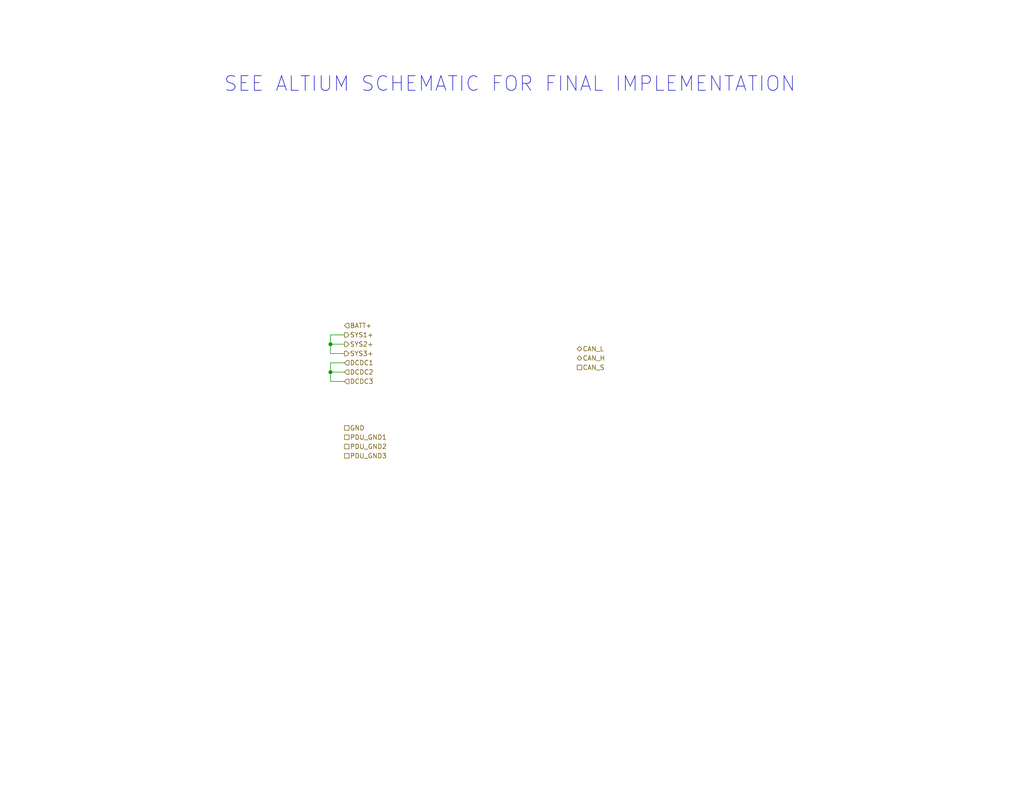
<source format=kicad_sch>
(kicad_sch (version 20230121) (generator eeschema)
  (paper "A")
  (title_block (title "LFP Battery Board") (date "2023-02-01") (rev "1") (company "Northeastern Electric Racing") (comment 1 "https://github.com/Northeastern-Electric-Racing/NER") (comment 2 "For authors and other info, contact Chief Electrical Engineer"))
  (lib_symbols)
  (junction (at 90.17 101.6))
  (junction (at 90.17 93.98))
  (wire (pts (xy 93.98 99.06) (xy 90.17 99.06)))
  (wire (pts (xy 90.17 93.98) (xy 93.98 93.98)))
  (wire (pts (xy 90.17 101.6) (xy 93.98 101.6)))
  (wire (pts (xy 90.17 96.52) (xy 93.98 96.52)))
  (wire (pts (xy 90.17 104.14) (xy 90.17 101.6)))
  (wire (pts (xy 93.98 91.44) (xy 90.17 91.44)))
  (wire (pts (xy 90.17 93.98) (xy 90.17 96.52)))
  (wire (pts (xy 90.17 91.44) (xy 90.17 93.98)))
  (wire (pts (xy 93.98 104.14) (xy 90.17 104.14)))
  (wire (pts (xy 90.17 99.06) (xy 90.17 101.6)))
  (text "SEE ALTIUM SCHEMATIC FOR FINAL IMPLEMENTATION" (at 60.96 25.4 0) (effects (font (size 3.9878 3.9878)) (justify left bottom)))
  (hierarchical_label "BATT+" (shape input) (at 93.98 88.9 0))
  (hierarchical_label "SYS3+" (shape output) (at 93.98 96.52 0))
  (hierarchical_label "PDU_GND3" (shape passive) (at 93.98 124.46 0))
  (hierarchical_label "DCDC2" (shape input) (at 93.98 101.6 0))
  (hierarchical_label "SYS2+" (shape output) (at 93.98 93.98 0))
  (hierarchical_label "PDU_GND1" (shape passive) (at 93.98 119.38 0))
  (hierarchical_label "DCDC3" (shape input) (at 93.98 104.14 0))
  (hierarchical_label "CAN_L" (shape bidirectional) (at 157.48 95.25 0))
  (hierarchical_label "CAN_S" (shape passive) (at 157.48 100.33 0))
  (hierarchical_label "SYS1+" (shape output) (at 93.98 91.44 0))
  (hierarchical_label "DCDC1" (shape input) (at 93.98 99.06 0))
  (hierarchical_label "GND" (shape passive) (at 93.98 116.84 0))
  (hierarchical_label "CAN_H" (shape bidirectional) (at 157.48 97.79 0))
  (hierarchical_label "PDU_GND2" (shape passive) (at 93.98 121.92 0))
)
</source>
